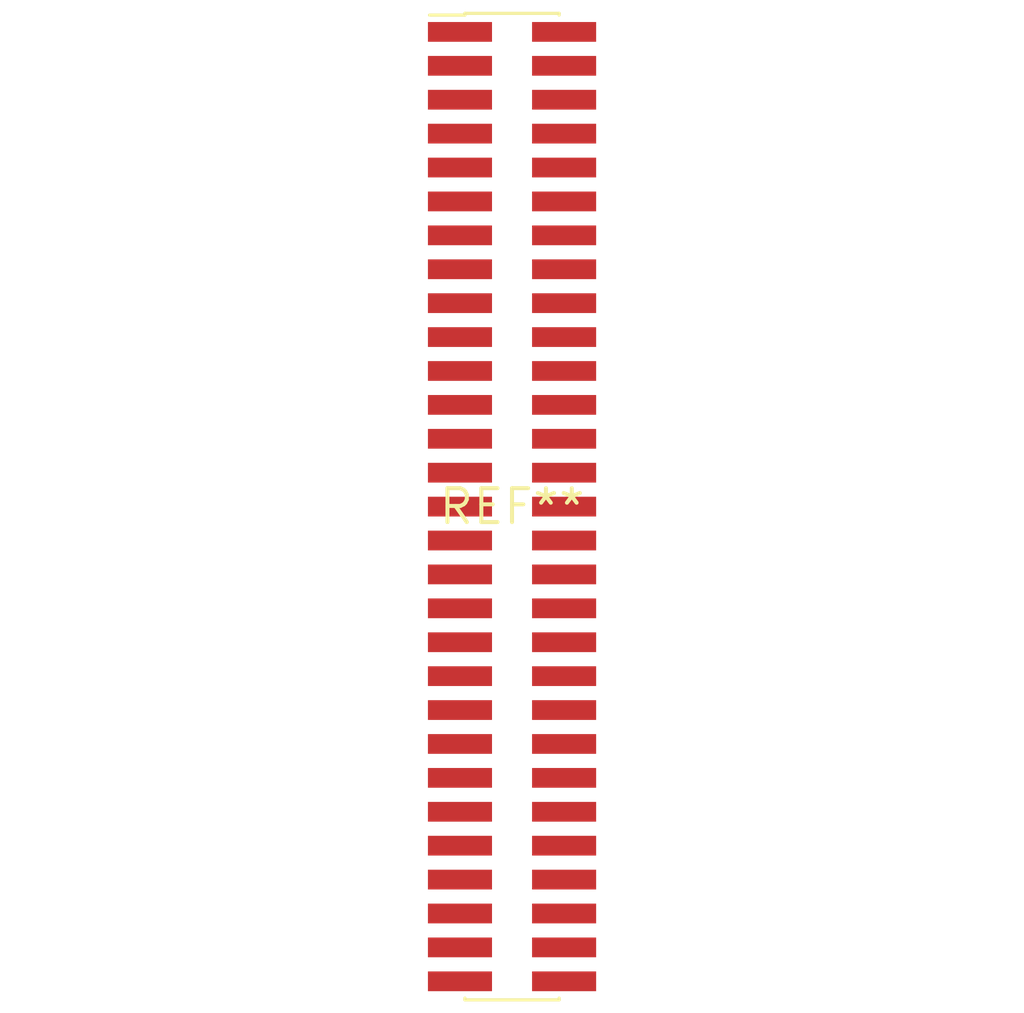
<source format=kicad_pcb>
(kicad_pcb (version 20240108) (generator pcbnew)
  (layers (0 "F.Cu" signal) (31 "B.Cu" signal) (34 "B.Paste" user) (35 "F.Paste" user) (36 "B.SilkS" user "B.Silkscreen") (37 "F.SilkS" user "F.Silkscreen") (38 "B.Mask" user) (39 "F.Mask" user) (44 "Edge.Cuts" user))
  (net 0 "")
  (footprint "PinHeader_2x29_P1.27mm_Vertical_SMD" (layer "F.Cu") (at 0 0)
    (property "Reference" "REF**")
    (property "Value" "PinHeader_2x29_P1.27mm_Vertical_SMD")
    (fp_line (start -3.09 -18.41) (end -1.765 -18.41) (layer "F.SilkS") (stroke (width 0.12)))
    (fp_line (start -1.765 -18.475) (end -1.765 -18.41) (layer "F.SilkS") (stroke (width 0.12)))
    (fp_line (start -1.765 -18.475) (end 1.765 -18.475) (layer "F.SilkS") (stroke (width 0.12)))
    (fp_line (start -1.765 18.41) (end -1.765 18.475) (layer "F.SilkS") (stroke (width 0.12)))
    (fp_line (start -1.765 18.475) (end 1.765 18.475) (layer "F.SilkS") (stroke (width 0.12)))
    (fp_line (start 1.765 -18.475) (end 1.765 -18.41) (layer "F.SilkS") (stroke (width 0.12)))
    (fp_line (start 1.765 18.41) (end 1.765 18.475) (layer "F.SilkS") (stroke (width 0.12)))
    (pad "1" smd rect (at -1.95 -17.78) (size 2.4 0.74) (layers "F.Cu" "F.Paste" "F.Mask"))
    (pad "2" smd rect (at 1.95 -17.78) (size 2.4 0.74) (layers "F.Cu" "F.Paste" "F.Mask"))
    (pad "3" smd rect (at -1.95 -16.51) (size 2.4 0.74) (layers "F.Cu" "F.Paste" "F.Mask"))
    (pad "4" smd rect (at 1.95 -16.51) (size 2.4 0.74) (layers "F.Cu" "F.Paste" "F.Mask"))
    (pad "5" smd rect (at -1.95 -15.24) (size 2.4 0.74) (layers "F.Cu" "F.Paste" "F.Mask"))
    (pad "6" smd rect (at 1.95 -15.24) (size 2.4 0.74) (layers "F.Cu" "F.Paste" "F.Mask"))
    (pad "7" smd rect (at -1.95 -13.97) (size 2.4 0.74) (layers "F.Cu" "F.Paste" "F.Mask"))
    (pad "8" smd rect (at 1.95 -13.97) (size 2.4 0.74) (layers "F.Cu" "F.Paste" "F.Mask"))
    (pad "9" smd rect (at -1.95 -12.7) (size 2.4 0.74) (layers "F.Cu" "F.Paste" "F.Mask"))
    (pad "10" smd rect (at 1.95 -12.7) (size 2.4 0.74) (layers "F.Cu" "F.Paste" "F.Mask"))
    (pad "11" smd rect (at -1.95 -11.43) (size 2.4 0.74) (layers "F.Cu" "F.Paste" "F.Mask"))
    (pad "12" smd rect (at 1.95 -11.43) (size 2.4 0.74) (layers "F.Cu" "F.Paste" "F.Mask"))
    (pad "13" smd rect (at -1.95 -10.16) (size 2.4 0.74) (layers "F.Cu" "F.Paste" "F.Mask"))
    (pad "14" smd rect (at 1.95 -10.16) (size 2.4 0.74) (layers "F.Cu" "F.Paste" "F.Mask"))
    (pad "15" smd rect (at -1.95 -8.89) (size 2.4 0.74) (layers "F.Cu" "F.Paste" "F.Mask"))
    (pad "16" smd rect (at 1.95 -8.89) (size 2.4 0.74) (layers "F.Cu" "F.Paste" "F.Mask"))
    (pad "17" smd rect (at -1.95 -7.62) (size 2.4 0.74) (layers "F.Cu" "F.Paste" "F.Mask"))
    (pad "18" smd rect (at 1.95 -7.62) (size 2.4 0.74) (layers "F.Cu" "F.Paste" "F.Mask"))
    (pad "19" smd rect (at -1.95 -6.35) (size 2.4 0.74) (layers "F.Cu" "F.Paste" "F.Mask"))
    (pad "20" smd rect (at 1.95 -6.35) (size 2.4 0.74) (layers "F.Cu" "F.Paste" "F.Mask"))
    (pad "21" smd rect (at -1.95 -5.08) (size 2.4 0.74) (layers "F.Cu" "F.Paste" "F.Mask"))
    (pad "22" smd rect (at 1.95 -5.08) (size 2.4 0.74) (layers "F.Cu" "F.Paste" "F.Mask"))
    (pad "23" smd rect (at -1.95 -3.81) (size 2.4 0.74) (layers "F.Cu" "F.Paste" "F.Mask"))
    (pad "24" smd rect (at 1.95 -3.81) (size 2.4 0.74) (layers "F.Cu" "F.Paste" "F.Mask"))
    (pad "25" smd rect (at -1.95 -2.54) (size 2.4 0.74) (layers "F.Cu" "F.Paste" "F.Mask"))
    (pad "26" smd rect (at 1.95 -2.54) (size 2.4 0.74) (layers "F.Cu" "F.Paste" "F.Mask"))
    (pad "27" smd rect (at -1.95 -1.27) (size 2.4 0.74) (layers "F.Cu" "F.Paste" "F.Mask"))
    (pad "28" smd rect (at 1.95 -1.27) (size 2.4 0.74) (layers "F.Cu" "F.Paste" "F.Mask"))
    (pad "29" smd rect (at -1.95 0) (size 2.4 0.74) (layers "F.Cu" "F.Paste" "F.Mask"))
    (pad "30" smd rect (at 1.95 0) (size 2.4 0.74) (layers "F.Cu" "F.Paste" "F.Mask"))
    (pad "31" smd rect (at -1.95 1.27) (size 2.4 0.74) (layers "F.Cu" "F.Paste" "F.Mask"))
    (pad "32" smd rect (at 1.95 1.27) (size 2.4 0.74) (layers "F.Cu" "F.Paste" "F.Mask"))
    (pad "33" smd rect (at -1.95 2.54) (size 2.4 0.74) (layers "F.Cu" "F.Paste" "F.Mask"))
    (pad "34" smd rect (at 1.95 2.54) (size 2.4 0.74) (layers "F.Cu" "F.Paste" "F.Mask"))
    (pad "35" smd rect (at -1.95 3.81) (size 2.4 0.74) (layers "F.Cu" "F.Paste" "F.Mask"))
    (pad "36" smd rect (at 1.95 3.81) (size 2.4 0.74) (layers "F.Cu" "F.Paste" "F.Mask"))
    (pad "37" smd rect (at -1.95 5.08) (size 2.4 0.74) (layers "F.Cu" "F.Paste" "F.Mask"))
    (pad "38" smd rect (at 1.95 5.08) (size 2.4 0.74) (layers "F.Cu" "F.Paste" "F.Mask"))
    (pad "39" smd rect (at -1.95 6.35) (size 2.4 0.74) (layers "F.Cu" "F.Paste" "F.Mask"))
    (pad "40" smd rect (at 1.95 6.35) (size 2.4 0.74) (layers "F.Cu" "F.Paste" "F.Mask"))
    (pad "41" smd rect (at -1.95 7.62) (size 2.4 0.74) (layers "F.Cu" "F.Paste" "F.Mask"))
    (pad "42" smd rect (at 1.95 7.62) (size 2.4 0.74) (layers "F.Cu" "F.Paste" "F.Mask"))
    (pad "43" smd rect (at -1.95 8.89) (size 2.4 0.74) (layers "F.Cu" "F.Paste" "F.Mask"))
    (pad "44" smd rect (at 1.95 8.89) (size 2.4 0.74) (layers "F.Cu" "F.Paste" "F.Mask"))
    (pad "45" smd rect (at -1.95 10.16) (size 2.4 0.74) (layers "F.Cu" "F.Paste" "F.Mask"))
    (pad "46" smd rect (at 1.95 10.16) (size 2.4 0.74) (layers "F.Cu" "F.Paste" "F.Mask"))
    (pad "47" smd rect (at -1.95 11.43) (size 2.4 0.74) (layers "F.Cu" "F.Paste" "F.Mask"))
    (pad "48" smd rect (at 1.95 11.43) (size 2.4 0.74) (layers "F.Cu" "F.Paste" "F.Mask"))
    (pad "49" smd rect (at -1.95 12.7) (size 2.4 0.74) (layers "F.Cu" "F.Paste" "F.Mask"))
    (pad "50" smd rect (at 1.95 12.7) (size 2.4 0.74) (layers "F.Cu" "F.Paste" "F.Mask"))
    (pad "51" smd rect (at -1.95 13.97) (size 2.4 0.74) (layers "F.Cu" "F.Paste" "F.Mask"))
    (pad "52" smd rect (at 1.95 13.97) (size 2.4 0.74) (layers "F.Cu" "F.Paste" "F.Mask"))
    (pad "53" smd rect (at -1.95 15.24) (size 2.4 0.74) (layers "F.Cu" "F.Paste" "F.Mask"))
    (pad "54" smd rect (at 1.95 15.24) (size 2.4 0.74) (layers "F.Cu" "F.Paste" "F.Mask"))
    (pad "55" smd rect (at -1.95 16.51) (size 2.4 0.74) (layers "F.Cu" "F.Paste" "F.Mask"))
    (pad "56" smd rect (at 1.95 16.51) (size 2.4 0.74) (layers "F.Cu" "F.Paste" "F.Mask"))
    (pad "57" smd rect (at -1.95 17.78) (size 2.4 0.74) (layers "F.Cu" "F.Paste" "F.Mask"))
    (pad "58" smd rect (at 1.95 17.78) (size 2.4 0.74) (layers "F.Cu" "F.Paste" "F.Mask"))
  )
)
</source>
